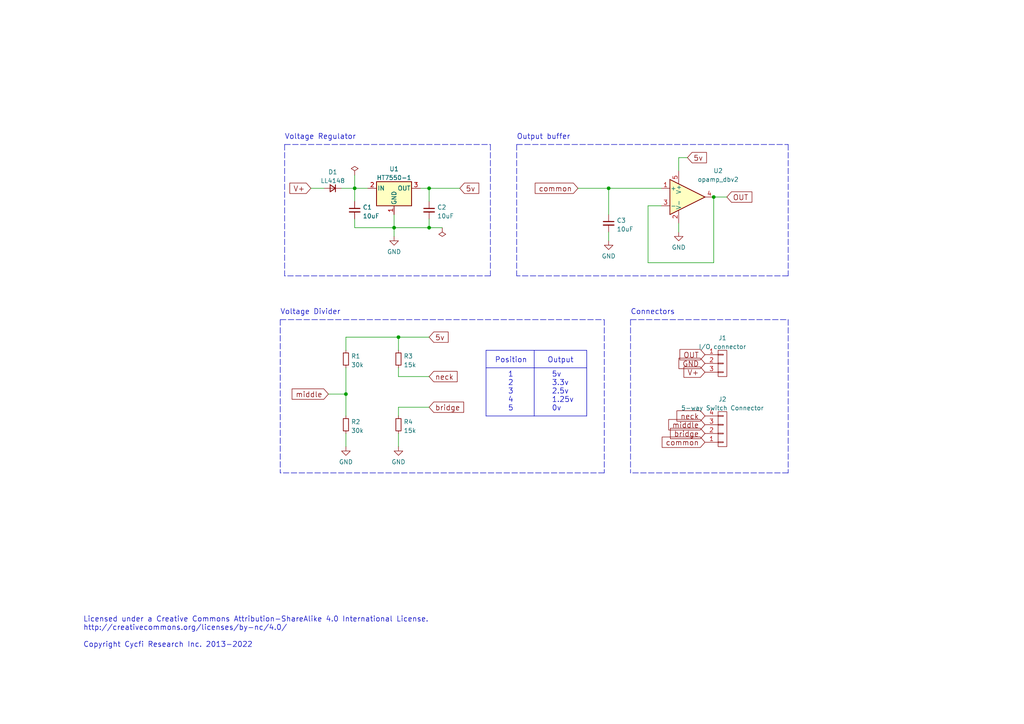
<source format=kicad_sch>
(kicad_sch (version 20211123) (generator eeschema)
  (paper "A4")
  (title_block (title "5-way CV Module") (date "2022-02-24") (rev "v3.0") (company "Document Number: 2022002"))
  (lib_symbols
    (symbol "Device:C_Small" (pin_numbers hide) (pin_names (offset 0.254) hide)
      (property "Reference" "C" (at 0.254 1.778 0))
      (property "Value" "C_Small" (at 0.254 -2.032 0))
      (symbol "C_Small_0_1"
        (polyline (pts (xy -1.524 -0.508) (xy 1.524 -0.508)) (stroke (width 0.3302)))
        (polyline (pts (xy -1.524 0.508) (xy 1.524 0.508)) (stroke (width 0.3048)))
      )
      (symbol "C_Small_1_1"
        (pin passive line (at 0 2.54 270) (length 2.032) (name "~") (number "1"))
        (pin passive line (at 0 -2.54 90) (length 2.032) (name "~") (number "2"))
      )
    )
    (symbol "Device:D_Small" (pin_numbers hide) (pin_names (offset 0.254) hide)
      (property "Reference" "D" (at -1.27 2.032 0))
      (property "Value" "D_Small" (at -3.81 -2.032 0))
      (symbol "D_Small_0_1"
        (polyline (pts (xy -0.762 -1.016) (xy -0.762 1.016)) (stroke (width 0.254)))
        (polyline (pts (xy -0.762 0) (xy 0.762 0)))
        (polyline (pts (xy 0.762 -1.016) (xy -0.762 0) (xy 0.762 1.016) (xy 0.762 -1.016)) (stroke (width 0.254)))
      )
      (symbol "D_Small_1_1"
        (pin passive line (at -2.54 0 0) (length 1.778) (name "K") (number "1"))
        (pin passive line (at 2.54 0 180) (length 1.778) (name "A") (number "2"))
      )
    )
    (symbol "Device:R_Small" (pin_numbers hide) (pin_names (offset 0.254) hide)
      (property "Reference" "R" (at 0.762 0.508 0))
      (property "Value" "R_Small" (at 0.762 -1.016 0))
      (symbol "R_Small_0_1"
        (rectangle (start -0.762 1.778) (end 0.762 -1.778) (stroke (width 0.2032)))
      )
      (symbol "R_Small_1_1"
        (pin passive line (at 0 2.54 270) (length 0.762) (name "~") (number "1"))
        (pin passive line (at 0 -2.54 90) (length 0.762) (name "~") (number "2"))
      )
    )
    (symbol "cycfi_library:conn_1x3" (pin_names (offset 1.016) hide)
      (property "Reference" "J" (at 0 5.08 0))
      (property "Value" "conn_1x3" (at 2.54 0 90))
      (symbol "conn_1x3_0_1"
        (rectangle (start -1.27 -2.413) (end 0.254 -2.667))
        (rectangle (start -1.27 0.127) (end 0.254 -0.127))
        (rectangle (start -1.27 2.667) (end 0.254 2.413))
        (rectangle (start -1.27 3.81) (end 1.27 -3.81))
      )
      (symbol "conn_1x3_1_1"
        (pin passive line (at -5.08 2.54 0) (length 3.81) (name "P1") (number "1"))
        (pin passive line (at -5.08 0 0) (length 3.81) (name "P2") (number "2"))
        (pin passive line (at -5.08 -2.54 0) (length 3.81) (name "P3") (number "3"))
      )
    )
    (symbol "cycfi_library:conn_1x4" (pin_names (offset 1.016) hide)
      (property "Reference" "J" (at 0 19.05 0))
      (property "Value" "conn_1x4" (at 2.54 12.7 90))
      (symbol "conn_1x4_0_1"
        (rectangle (start -1.27 9.017) (end 0.254 8.763))
        (rectangle (start -1.27 11.557) (end 0.254 11.303))
        (rectangle (start -1.27 14.097) (end 0.254 13.843))
        (rectangle (start -1.27 16.637) (end 0.254 16.383))
        (rectangle (start -1.27 17.78) (end 1.27 7.62))
      )
      (symbol "conn_1x4_1_1"
        (pin passive line (at -5.08 16.51 0) (length 3.81) (name "P1") (number "1"))
        (pin passive line (at -5.08 13.97 0) (length 3.81) (name "P2") (number "2"))
        (pin passive line (at -5.08 11.43 0) (length 3.81) (name "P3") (number "3"))
        (pin passive line (at -5.08 8.89 0) (length 3.81) (name "P4") (number "4"))
      )
    )
    (symbol "cycfi_library:opamp_dbv2" (pin_names (offset 0.127))
      (property "Reference" "U" (at -1.27 6.35 0))
      (property "Value" "opamp_dbv2" (at -1.27 3.81 0))
      (symbol "opamp_dbv2_0_1"
        (polyline (pts (xy -5.08 5.08) (xy 5.08 0) (xy -5.08 -5.08) (xy -5.08 5.08)) (stroke (width 0.254)) (fill (type background)))
        (pin power_in line (at -2.54 -7.62 90) (length 3.81) (name "V-") (number "2"))
        (pin power_in line (at -2.54 7.62 270) (length 3.81) (name "V+") (number "5"))
      )
      (symbol "opamp_dbv2_1_1"
        (pin input line (at -7.62 2.54 0) (length 2.54) (name "+") (number "1"))
        (pin input line (at -7.62 -2.54 0) (length 2.54) (name "-") (number "3"))
        (pin output line (at 7.62 0 180) (length 2.54) (name "~") (number "4"))
      )
    )
    (symbol "cycfi_library:sot89-3-gio" (pin_names (offset 0.254))
      (property "Reference" "U" (at -3.81 3.175 0))
      (property "Value" "sot89-3-gio" (at -0.635 3.175 0))
      (symbol "sot89-3-gio_0_1"
        (rectangle (start -5.08 1.905) (end 5.08 -5.08) (stroke (width 0.254)) (fill (type background)))
      )
      (symbol "sot89-3-gio_1_1"
        (pin power_in line (at 0 -7.62 90) (length 2.54) (name "GND") (number "1"))
        (pin power_in line (at -7.62 0 0) (length 2.54) (name "IN") (number "2"))
        (pin power_out line (at 7.62 0 180) (length 2.54) (name "OUT") (number "3"))
      )
    )
    (symbol "power:GND" (power) (pin_names (offset 0))
      (property "Value" "GND" (at 0 -3.81 0))
      (symbol "GND_0_1"
        (polyline (pts (xy 0 0) (xy 0 -1.27) (xy 1.27 -1.27) (xy 0 -2.54) (xy -1.27 -1.27) (xy 0 -1.27)))
      )
      (symbol "GND_1_1"
        (pin power_in line (at 0 0 270) (length 0) hide (name "GND") (number "1"))
      )
    )
    (symbol "power:PWR_FLAG" (power) (pin_numbers hide) (pin_names (offset 0) hide)
      (property "Value" "PWR_FLAG" (at 0 3.81 0))
      (symbol "PWR_FLAG_0_0"
        (pin power_out line (at 0 0 90) (length 0) (name "pwr") (number "1"))
      )
      (symbol "PWR_FLAG_0_1"
        (polyline (pts (xy 0 0) (xy 0 1.27) (xy -1.016 1.905) (xy 0 2.54) (xy 1.016 1.905) (xy 0 1.27)))
      )
    )
  )
  (junction (at 115.57 97.79))
  (junction (at 114.3 66.04))
  (junction (at 124.46 54.61))
  (junction (at 100.33 114.3))
  (junction (at 102.87 54.61))
  (junction (at 207.01 57.15))
  (junction (at 124.46 66.04))
  (junction (at 176.53 54.61))
  (polyline (pts (xy 140.97 101.6) (xy 140.97 120.65)) (stroke (width 0) (type solid)))
  (wire (pts (xy 102.87 54.61) (xy 106.68 54.61)))
  (wire (pts (xy 124.46 54.61) (xy 133.35 54.61)))
  (wire (pts (xy 187.96 76.2) (xy 207.01 76.2)))
  (wire (pts (xy 100.33 114.3) (xy 100.33 120.65)))
  (wire (pts (xy 207.01 57.15) (xy 207.01 76.2)))
  (wire (pts (xy 167.64 54.61) (xy 176.53 54.61)))
  (polyline (pts (xy 142.24 80.01) (xy 82.55 80.01)))
  (wire (pts (xy 124.46 118.11) (xy 115.57 118.11)))
  (wire (pts (xy 207.01 57.15) (xy 210.82 57.15)))
  (wire (pts (xy 124.46 66.04) (xy 128.27 66.04)))
  (polyline (pts (xy 140.97 101.6) (xy 170.18 101.6)) (stroke (width 0) (type solid)))
  (polyline (pts (xy 175.26 92.71) (xy 175.26 137.16)))
  (wire (pts (xy 124.46 54.61) (xy 124.46 58.42)))
  (wire (pts (xy 124.46 63.5) (xy 124.46 66.04)))
  (wire (pts (xy 176.53 54.61) (xy 191.77 54.61)))
  (wire (pts (xy 196.85 64.77) (xy 196.85 67.31)))
  (wire (pts (xy 124.46 66.04) (xy 114.3 66.04)))
  (polyline (pts (xy 82.55 41.91) (xy 82.55 80.01)))
  (wire (pts (xy 115.57 118.11) (xy 115.57 120.65)))
  (polyline (pts (xy 175.26 137.16) (xy 81.28 137.16)))
  (polyline (pts (xy 182.88 92.71) (xy 228.6 92.71)))
  (polyline (pts (xy 81.28 92.71) (xy 81.28 137.16)))
  (polyline (pts (xy 228.6 92.71) (xy 228.6 137.16)))
  (wire (pts (xy 102.87 50.8) (xy 102.87 54.61)))
  (polyline (pts (xy 228.6 41.91) (xy 228.6 80.01)))
  (wire (pts (xy 115.57 97.79) (xy 115.57 101.6)))
  (polyline (pts (xy 170.18 120.65) (xy 140.97 120.65)) (stroke (width 0) (type solid)))
  (wire (pts (xy 100.33 97.79) (xy 115.57 97.79)))
  (wire (pts (xy 121.92 54.61) (xy 124.46 54.61)))
  (polyline (pts (xy 82.55 41.91) (xy 142.24 41.91)))
  (wire (pts (xy 114.3 68.58) (xy 114.3 66.04)))
  (polyline (pts (xy 182.88 92.71) (xy 182.88 137.16)))
  (wire (pts (xy 115.57 125.73) (xy 115.57 129.54)))
  (polyline (pts (xy 228.6 80.01) (xy 149.86 80.01)))
  (wire (pts (xy 100.33 106.68) (xy 100.33 114.3)))
  (polyline (pts (xy 149.86 41.91) (xy 149.86 80.01)))
  (wire (pts (xy 100.33 101.6) (xy 100.33 97.79)))
  (wire (pts (xy 115.57 109.22) (xy 115.57 106.68)))
  (polyline (pts (xy 154.94 101.6) (xy 154.94 120.65)) (stroke (width 0) (type solid)))
  (wire (pts (xy 99.06 54.61) (xy 102.87 54.61)))
  (wire (pts (xy 176.53 67.31) (xy 176.53 69.85)))
  (wire (pts (xy 196.85 45.72) (xy 199.39 45.72)))
  (polyline (pts (xy 149.86 41.91) (xy 228.6 41.91)))
  (wire (pts (xy 90.17 54.61) (xy 93.98 54.61)))
  (polyline (pts (xy 170.18 101.6) (xy 170.18 120.65)) (stroke (width 0) (type solid)))
  (wire (pts (xy 176.53 54.61) (xy 176.53 62.23)))
  (polyline (pts (xy 142.24 41.91) (xy 142.24 80.01)))
  (wire (pts (xy 100.33 125.73) (xy 100.33 129.54)))
  (wire (pts (xy 124.46 109.22) (xy 115.57 109.22)))
  (wire (pts (xy 187.96 59.69) (xy 187.96 76.2)))
  (wire (pts (xy 115.57 97.79) (xy 124.46 97.79)))
  (polyline (pts (xy 228.6 137.16) (xy 182.88 137.16)))
  (wire (pts (xy 191.77 59.69) (xy 187.96 59.69)))
  (wire (pts (xy 102.87 54.61) (xy 102.87 58.42)))
  (polyline (pts (xy 140.97 106.68) (xy 170.18 106.68)) (stroke (width 0) (type solid)))
  (wire (pts (xy 95.25 114.3) (xy 100.33 114.3)))
  (wire (pts (xy 102.87 63.5) (xy 102.87 66.04)))
  (wire (pts (xy 196.85 49.53) (xy 196.85 45.72)))
  (wire (pts (xy 114.3 62.23) (xy 114.3 66.04)))
  (polyline (pts (xy 81.28 92.71) (xy 175.26 92.71)))
  (wire (pts (xy 102.87 66.04) (xy 114.3 66.04)))
  (text "Output" (at 158.75 105.41 0) (effects (font (size 1.524 1.524)) (justify left bottom)))
  (text "5v\n3.3v\n2.5v\n1.25v\n0v" (at 160.02 119.38 0) (effects (font (size 1.524 1.524)) (justify left bottom)))
  (text "Connectors" (at 182.88 91.44 0) (effects (font (size 1.524 1.524)) (justify left bottom)))
  (text "Voltage Divider" (at 81.28 91.44 0) (effects (font (size 1.524 1.524)) (justify left bottom)))
  (text "1\n2\n3\n4\n5" (at 147.32 119.38 0) (effects (font (size 1.524 1.524)) (justify left bottom)))
  (text "Licensed under a Creative Commons Attribution-ShareAlike 4.0 International License. \nhttp://creativecommons.org/licenses/by-nc/4.0/\n\nCopyright Cycfi Research Inc. 2013-2022" (at 24.13 187.96 0) (effects (font (size 1.524 1.524)) (justify left bottom)))
  (text "Output buffer" (at 149.86 40.64 0) (effects (font (size 1.524 1.524)) (justify left bottom)))
  (text "Voltage Regulator" (at 82.55 40.64 0) (effects (font (size 1.524 1.524)) (justify left bottom)))
  (text "Position" (at 143.51 105.41 0) (effects (font (size 1.524 1.524)) (justify left bottom)))
  (global_label "OUT" (shape input) (at 204.47 102.87 180) (effects (font (size 1.524 1.524))) (property "Intersheet References" "${INTERSHEET_REFS}" (effects hide)))
  (global_label "V+" (shape input) (at 204.47 107.95 180) (effects (font (size 1.524 1.524))) (property "Intersheet References" "${INTERSHEET_REFS}" (effects hide)))
  (global_label "common" (shape input) (at 204.47 128.27 180) (effects (font (size 1.524 1.524))) (property "Intersheet References" "${INTERSHEET_REFS}" (effects hide)))
  (global_label "neck" (shape input) (at 124.46 109.22 0) (effects (font (size 1.524 1.524))) (property "Intersheet References" "${INTERSHEET_REFS}" (effects hide)))
  (global_label "middle" (shape input) (at 95.25 114.3 180) (effects (font (size 1.524 1.524))) (property "Intersheet References" "${INTERSHEET_REFS}" (effects hide)))
  (global_label "common" (shape input) (at 167.64 54.61 180) (effects (font (size 1.524 1.524))) (property "Intersheet References" "${INTERSHEET_REFS}" (effects hide)))
  (global_label "5v" (shape input) (at 199.39 45.72 0) (effects (font (size 1.524 1.524))) (property "Intersheet References" "${INTERSHEET_REFS}" (effects hide)))
  (global_label "5v" (shape input) (at 133.35 54.61 0) (effects (font (size 1.524 1.524))) (property "Intersheet References" "${INTERSHEET_REFS}" (effects hide)))
  (global_label "neck" (shape input) (at 204.47 120.65 180) (effects (font (size 1.524 1.524))) (property "Intersheet References" "${INTERSHEET_REFS}" (effects hide)))
  (global_label "bridge" (shape input) (at 204.47 125.73 180) (effects (font (size 1.524 1.524))) (property "Intersheet References" "${INTERSHEET_REFS}" (effects hide)))
  (global_label "bridge" (shape input) (at 124.46 118.11 0) (effects (font (size 1.524 1.524))) (property "Intersheet References" "${INTERSHEET_REFS}" (effects hide)))
  (global_label "OUT" (shape input) (at 210.82 57.15 0) (effects (font (size 1.524 1.524))) (property "Intersheet References" "${INTERSHEET_REFS}" (effects hide)))
  (global_label "GND" (shape input) (at 204.47 105.41 180) (effects (font (size 1.524 1.524))) (property "Intersheet References" "${INTERSHEET_REFS}" (effects hide)))
  (global_label "middle" (shape input) (at 204.47 123.19 180) (effects (font (size 1.524 1.524))) (property "Intersheet References" "${INTERSHEET_REFS}" (effects hide)))
  (global_label "5v" (shape input) (at 124.46 97.79 0) (effects (font (size 1.524 1.524))) (property "Intersheet References" "${INTERSHEET_REFS}" (effects hide)))
  (global_label "V+" (shape input) (at 90.17 54.61 180) (effects (font (size 1.524 1.524))) (property "Intersheet References" "${INTERSHEET_REFS}" (effects hide)))
  (symbol (lib_id "Device:D_Small") (at 96.52 54.61 180) (unit 1)
    (property "Reference" "D1" (at 96.52 49.8942 0))
    (property "Value" "LL4148" (at 96.52 52.4311 0))
    (property "Footprint" "Diode_SMD:D_MiniMELF" (effects hide))
  )
  (symbol (lib_id "power:GND") (at 114.3 68.58 0) (unit 1)
    (property "Reference" "#PWR02" (effects hide))
    (property "Value" "GND" (at 114.3 73.0234 0))
  )
  (symbol (lib_id "power:GND") (at 196.85 67.31 0) (unit 1)
    (property "Reference" "#PWR05" (effects hide))
    (property "Value" "GND" (at 196.85 71.7534 0))
  )
  (symbol (lib_id "power:PWR_FLAG") (at 128.27 66.04 180) (unit 1)
    (property "Reference" "#FLG02" (effects hide))
    (property "Value" "PWR_FLAG" (effects hide))
  )
  (symbol (lib_id "power:GND") (at 100.33 129.54 0) (unit 1)
    (property "Reference" "#PWR01" (effects hide))
    (property "Value" "GND" (at 100.33 133.9834 0))
  )
  (symbol (lib_id "Device:C_Small") (at 102.87 60.96 0) (unit 1)
    (property "Reference" "C1" (at 105.1941 60.1316 0) (effects (justify left)))
    (property "Value" "10uF" (at 105.1941 62.6685 0) (effects (justify left)))
    (property "Footprint" "Capacitor_SMD:C_0603_1608Metric" (effects hide))
  )
  (symbol (lib_id "power:GND") (at 176.53 69.85 0) (unit 1)
    (property "Reference" "#PWR04" (effects hide))
    (property "Value" "GND" (at 176.53 74.2934 0))
  )
  (symbol (lib_id "power:GND") (at 115.57 129.54 0) (unit 1)
    (property "Reference" "#PWR03" (effects hide))
    (property "Value" "GND" (at 115.57 133.9834 0))
  )
  (symbol (lib_id "Device:R_Small") (at 115.57 123.19 0) (unit 1)
    (property "Reference" "R4" (at 117.0686 122.3553 0) (effects (justify left)))
    (property "Value" "15k" (at 117.0686 124.8922 0) (effects (justify left)))
    (property "Footprint" "Resistor_SMD:R_0402_1005Metric" (effects hide))
  )
  (symbol (lib_id "cycfi_library:conn_1x4") (at 209.55 111.76 0) (mirror x) (unit 1)
    (property "Reference" "J2" (at 209.55 115.8072 0))
    (property "Value" "5-way Switch Connector" (at 209.55 118.3441 0))
    (property "Footprint" "cycfi_library:pin_socket_1x4p_2.54mm_smd_horizontal" (effects hide))
  )
  (symbol (lib_id "Device:C_Small") (at 176.53 64.77 0) (unit 1)
    (property "Reference" "C3" (at 178.8541 63.9416 0) (effects (justify left)))
    (property "Value" "10uF" (at 178.8541 66.4785 0) (effects (justify left)))
    (property "Footprint" "Capacitor_SMD:C_0603_1608Metric" (effects hide))
  )
  (symbol (lib_id "Device:C_Small") (at 124.46 60.96 0) (unit 1)
    (property "Reference" "C2" (at 126.7841 60.1316 0) (effects (justify left)))
    (property "Value" "10uF" (at 126.7841 62.6685 0) (effects (justify left)))
    (property "Footprint" "Capacitor_SMD:C_0603_1608Metric" (effects hide))
  )
  (symbol (lib_id "Device:R_Small") (at 100.33 104.14 0) (unit 1)
    (property "Reference" "R1" (at 101.8286 103.3053 0) (effects (justify left)))
    (property "Value" "30k" (at 101.8286 105.8422 0) (effects (justify left)))
    (property "Footprint" "Resistor_SMD:R_0402_1005Metric" (effects hide))
  )
  (symbol (lib_id "cycfi_library:sot89-3-gio") (at 114.3 54.61 0) (unit 1)
    (property "Reference" "U1" (at 114.3 49.0052 0))
    (property "Value" "HT7550-1" (at 114.3 51.5421 0))
    (property "Footprint" "Package_TO_SOT_SMD:SOT-89-3" (effects hide))
  )
  (symbol (lib_id "power:PWR_FLAG") (at 102.87 50.8 0) (unit 1)
    (property "Reference" "#FLG01" (effects hide))
    (property "Value" "PWR_FLAG" (effects hide))
  )
  (symbol (lib_id "cycfi_library:conn_1x3") (at 209.55 105.41 0) (unit 1)
    (property "Reference" "J1" (at 209.55 98.0272 0))
    (property "Value" "I/O connector" (at 209.55 100.5641 0))
    (property "Footprint" "cycfi_library:pin_header_1x3p_2.54mm_smd_horizontal" (effects hide))
  )
  (symbol (lib_id "Device:R_Small") (at 100.33 123.19 0) (unit 1)
    (property "Reference" "R2" (at 101.8286 122.3553 0) (effects (justify left)))
    (property "Value" "30k" (at 101.8286 124.8922 0) (effects (justify left)))
    (property "Footprint" "Resistor_SMD:R_0402_1005Metric" (effects hide))
  )
  (symbol (lib_id "Device:R_Small") (at 115.57 104.14 0) (unit 1)
    (property "Reference" "R3" (at 117.0686 103.3053 0) (effects (justify left)))
    (property "Value" "15k" (at 117.0686 105.8422 0) (effects (justify left)))
    (property "Footprint" "Resistor_SMD:R_0402_1005Metric" (effects hide))
  )
  (symbol (lib_id "cycfi_library:opamp_dbv2") (at 199.39 57.15 0) (unit 1)
    (property "Reference" "U2" (at 208.28 49.53 0))
    (property "Value" "opamp_dbv2" (at 208.28 52.0669 0))
    (property "Footprint" "Package_TO_SOT_SMD:SOT-23-5" (effects hide))
  )
)
</source>
